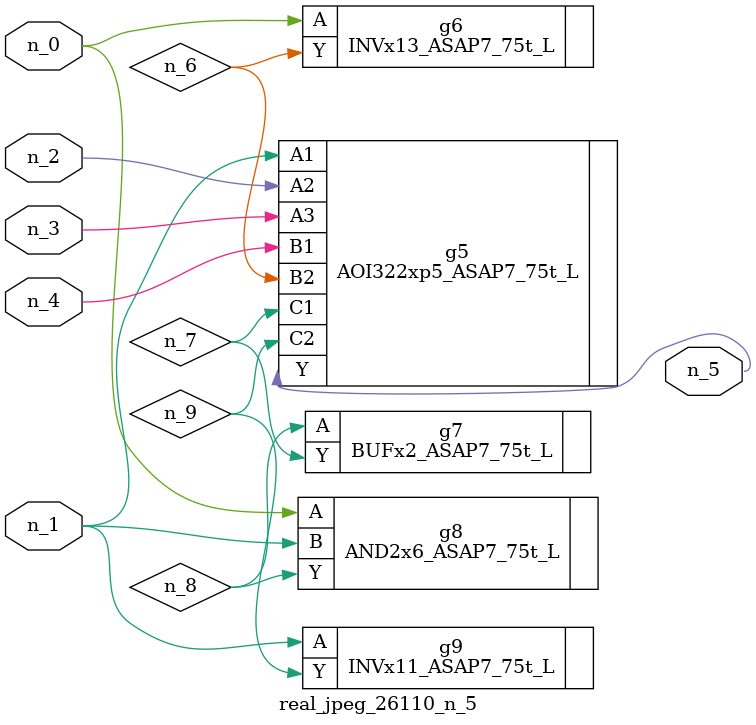
<source format=v>
module real_jpeg_26110_n_5 (n_4, n_0, n_1, n_2, n_3, n_5);

input n_4;
input n_0;
input n_1;
input n_2;
input n_3;

output n_5;

wire n_8;
wire n_6;
wire n_7;
wire n_9;

INVx13_ASAP7_75t_L g6 ( 
.A(n_0),
.Y(n_6)
);

AND2x6_ASAP7_75t_L g8 ( 
.A(n_0),
.B(n_1),
.Y(n_8)
);

AOI322xp5_ASAP7_75t_L g5 ( 
.A1(n_1),
.A2(n_2),
.A3(n_3),
.B1(n_4),
.B2(n_6),
.C1(n_7),
.C2(n_9),
.Y(n_5)
);

INVx11_ASAP7_75t_L g9 ( 
.A(n_1),
.Y(n_9)
);

BUFx2_ASAP7_75t_L g7 ( 
.A(n_8),
.Y(n_7)
);


endmodule
</source>
